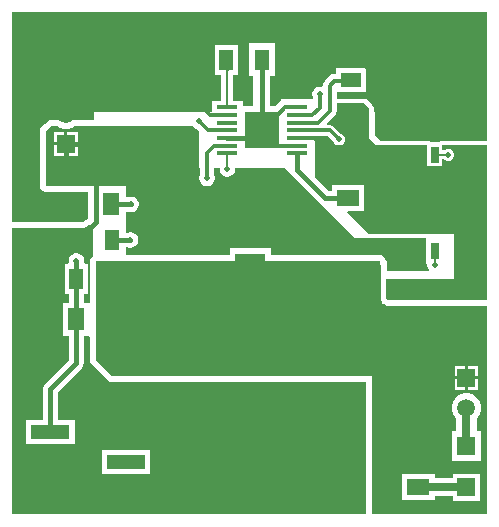
<source format=gtl>
G04*
G04 #@! TF.GenerationSoftware,Altium Limited,Altium Designer,21.6.4 (81)*
G04*
G04 Layer_Physical_Order=1*
G04 Layer_Color=255*
%FSLAX44Y44*%
%MOMM*%
G71*
G04*
G04 #@! TF.SameCoordinates,B536BBD3-7635-4869-82B2-4475C75F943D*
G04*
G04*
G04 #@! TF.FilePolarity,Positive*
G04*
G01*
G75*
%ADD11C,0.2000*%
%ADD13R,3.0000X3.1000*%
%ADD14R,1.7800X0.3560*%
%ADD15R,1.9500X1.4000*%
%ADD16R,3.3000X1.2000*%
%ADD17R,1.5000X1.5000*%
%ADD18R,1.4000X1.9500*%
%ADD19R,0.7100X1.3720*%
%ADD20R,4.5200X3.8500*%
%ADD21R,0.7200X0.5930*%
%ADD22R,5.7000X1.6000*%
%ADD23R,2.5000X6.5000*%
%ADD24R,1.1500X1.8000*%
%ADD25R,1.8000X1.1500*%
%ADD41C,0.3560*%
%ADD42C,0.4000*%
%ADD43C,0.7000*%
%ADD44C,1.5000*%
%ADD45C,0.5080*%
G36*
X153517Y328724D02*
X154734Y327507D01*
X156226Y326646D01*
X156614Y326542D01*
X158750Y324406D01*
Y293370D01*
X159207D01*
Y287353D01*
X159006Y287004D01*
X158560Y285341D01*
Y283619D01*
X159006Y281956D01*
X159867Y280464D01*
X161084Y279247D01*
X162576Y278386D01*
X164239Y277940D01*
X165961D01*
X167624Y278386D01*
X169116Y279247D01*
X170333Y280464D01*
X171194Y281956D01*
X171640Y283619D01*
Y285341D01*
X171194Y287004D01*
X170993Y287353D01*
Y293370D01*
X175850D01*
Y291729D01*
X176296Y290066D01*
X177157Y288574D01*
X178374Y287357D01*
X179866Y286496D01*
X181529Y286050D01*
X183251D01*
X184914Y286496D01*
X186406Y287357D01*
X187623Y288574D01*
X188484Y290066D01*
X188930Y291729D01*
Y293370D01*
X231140D01*
X290830Y233680D01*
X350386D01*
Y211996D01*
X351358D01*
X351600Y211681D01*
Y209959D01*
X352046Y208296D01*
X352788Y207010D01*
X352366Y205740D01*
X317518D01*
Y210996D01*
X317500Y211086D01*
Y214630D01*
X316384D01*
X315996Y216581D01*
X314891Y218235D01*
X313237Y219340D01*
X311286Y219728D01*
X219430D01*
Y226000D01*
X184430D01*
Y219728D01*
X96520D01*
Y226292D01*
X97892D01*
X99469Y225870D01*
X101191D01*
X102854Y226316D01*
X104346Y227177D01*
X105563Y228394D01*
X106424Y229886D01*
X106870Y231549D01*
Y233271D01*
X106424Y234934D01*
X105563Y236426D01*
X104346Y237643D01*
X102854Y238504D01*
X101191Y238950D01*
X99469D01*
X97892Y238528D01*
X96520D01*
Y256449D01*
X98216D01*
X99793Y256026D01*
X101515D01*
X103178Y256472D01*
X104669Y257333D01*
X105887Y258551D01*
X106748Y260042D01*
X107194Y261705D01*
Y263427D01*
X106748Y265091D01*
X105887Y266582D01*
X104669Y267800D01*
X103178Y268661D01*
X101515Y269106D01*
X99793D01*
X98216Y268684D01*
X96520D01*
Y278130D01*
X28650D01*
Y324735D01*
X32845Y328930D01*
X38318D01*
X40895Y327442D01*
X44074Y326590D01*
X47366D01*
X50545Y327442D01*
X53122Y328930D01*
X153398D01*
X153517Y328724D01*
D02*
G37*
G36*
X402590Y316498D02*
X363976D01*
X362415Y316188D01*
X361245Y315406D01*
X354527D01*
X353357Y316188D01*
X351796Y316498D01*
X312152D01*
X307340Y321310D01*
Y340360D01*
X306338D01*
Y344170D01*
X306338Y344170D01*
X306028Y345731D01*
X305144Y347054D01*
X301334Y350864D01*
X300011Y351748D01*
X298450Y352058D01*
X298450Y352058D01*
X274863D01*
Y358070D01*
X300020D01*
Y377570D01*
X274020D01*
Y372923D01*
X273050D01*
X270795Y372475D01*
X268883Y371197D01*
X264803Y367117D01*
X263525Y365205D01*
X263093Y363031D01*
X262948Y362665D01*
X262069Y361990D01*
X261511Y362140D01*
X259789D01*
X258126Y361694D01*
X256634Y360833D01*
X255417Y359616D01*
X254556Y358124D01*
X254110Y356461D01*
Y354739D01*
X254556Y353076D01*
X254757Y352727D01*
Y351400D01*
X242234D01*
X241790Y351459D01*
X231090D01*
X230646Y351400D01*
X227890D01*
Y350633D01*
X227671Y350542D01*
X226255Y349455D01*
X222419Y345620D01*
X218670D01*
Y370810D01*
X222360D01*
Y398810D01*
X200860D01*
Y370810D01*
X204550D01*
Y345620D01*
X195290D01*
Y350400D01*
X187488D01*
Y371810D01*
X191360D01*
Y397810D01*
X171860D01*
Y371810D01*
X177292D01*
Y350400D01*
X169490D01*
Y340360D01*
X69850D01*
Y334028D01*
X53122D01*
X52793Y333962D01*
X52457Y333984D01*
X51825Y333770D01*
X51171Y333640D01*
X50892Y333453D01*
X50573Y333345D01*
X48577Y332192D01*
X46694Y331688D01*
X44745D01*
X42863Y332192D01*
X40867Y333345D01*
X40548Y333453D01*
X40269Y333640D01*
X39615Y333770D01*
X38983Y333984D01*
X38647Y333962D01*
X38318Y334028D01*
X32845D01*
X30894Y333640D01*
X29240Y332535D01*
X25046Y328340D01*
X23940Y326686D01*
X23552Y324735D01*
Y278130D01*
X23940Y276179D01*
X25046Y274525D01*
X26700Y273420D01*
X28650Y273032D01*
X64060D01*
Y250574D01*
X62827Y249342D01*
X61240Y248685D01*
X59892Y247650D01*
X0D01*
Y425450D01*
X402590D01*
Y316498D01*
D02*
G37*
G36*
X302260Y344170D02*
Y318770D01*
X308610Y312420D01*
X351796D01*
Y295146D01*
X363976D01*
Y300937D01*
X365924D01*
X366621Y300239D01*
X368488Y299466D01*
X370509D01*
X372377Y300239D01*
X373806Y301668D01*
X374579Y303535D01*
Y305557D01*
X373806Y307424D01*
X372377Y308853D01*
X370509Y309626D01*
X368488D01*
X366621Y308853D01*
X365924Y308155D01*
X363976D01*
Y312420D01*
X402590D01*
Y181610D01*
X318075D01*
X317091Y182268D01*
X316771Y182331D01*
X316708Y182651D01*
X316498Y182964D01*
Y199390D01*
X374650D01*
Y237490D01*
X302260D01*
X283953Y255797D01*
X284439Y256970D01*
X298230D01*
Y278970D01*
X270730D01*
Y274088D01*
X267964D01*
X256540Y285511D01*
Y320715D01*
X267416D01*
X271878Y316253D01*
X272553Y314622D01*
X273982Y313193D01*
X275849Y312420D01*
X277871D01*
X279738Y313193D01*
X281167Y314622D01*
X281940Y316490D01*
Y318510D01*
X281167Y320378D01*
X279738Y321807D01*
X278107Y322482D01*
X272355Y328234D01*
X270926Y329189D01*
X269240Y329525D01*
X267128D01*
X266642Y330698D01*
X273137Y337193D01*
X274415Y339105D01*
X274863Y341360D01*
Y347980D01*
X298450D01*
X302260Y344170D01*
D02*
G37*
G36*
X68580Y218946D02*
X67515Y218235D01*
X66410Y216581D01*
X66022Y214630D01*
Y179949D01*
X65610Y178850D01*
X64752Y178850D01*
X60728D01*
Y186390D01*
X64360D01*
Y212390D01*
X61824D01*
X61051Y213398D01*
X61150Y213769D01*
Y215491D01*
X60704Y217154D01*
X59843Y218646D01*
X58626Y219863D01*
X57134Y220724D01*
X55471Y221170D01*
X53749D01*
X52086Y220724D01*
X50594Y219863D01*
X49377Y218646D01*
X48516Y217154D01*
X48070Y215491D01*
Y213769D01*
X48169Y213398D01*
X47396Y212390D01*
X44860D01*
Y186390D01*
X48492D01*
Y178850D01*
X43610D01*
Y151350D01*
X48492D01*
Y130804D01*
X28194Y110506D01*
X26868Y108521D01*
X26402Y106180D01*
Y79850D01*
X12020D01*
Y59850D01*
X53020D01*
Y79850D01*
X38637D01*
Y103646D01*
X58936Y123944D01*
X60262Y125929D01*
X60728Y128270D01*
Y151350D01*
X64752D01*
X66022Y150251D01*
Y130810D01*
X66410Y128859D01*
X67515Y127205D01*
X81485Y113235D01*
X83139Y112130D01*
X85090Y111742D01*
X299702D01*
Y0D01*
X0D01*
Y242552D01*
X59892D01*
X60546Y242682D01*
X61211Y242726D01*
X61513Y242875D01*
X61842Y242940D01*
X62397Y243311D01*
X62995Y243605D01*
X63811Y244231D01*
X64778Y244632D01*
X65493Y245110D01*
X68580D01*
Y218946D01*
D02*
G37*
G36*
X311286Y210996D02*
X312420D01*
Y181610D01*
X312940Y181090D01*
Y178500D01*
X315530D01*
X317500Y176530D01*
X402590D01*
Y0D01*
X304800D01*
Y116840D01*
X85090D01*
X71120Y130810D01*
X71120Y214630D01*
X311286D01*
Y210996D01*
D02*
G37*
%LPC*%
G36*
X55760Y323730D02*
X46990D01*
Y314960D01*
X55760D01*
Y323730D01*
D02*
G37*
G36*
X44450D02*
X35680D01*
Y314960D01*
X44450D01*
Y323730D01*
D02*
G37*
G36*
X55760Y312420D02*
X46990D01*
Y303650D01*
X55760D01*
Y312420D01*
D02*
G37*
G36*
X44450D02*
X35680D01*
Y303650D01*
X44450D01*
Y312420D01*
D02*
G37*
G36*
X117020Y54450D02*
X76020D01*
Y34450D01*
X117020D01*
Y54450D01*
D02*
G37*
G36*
X394850Y125610D02*
X386080D01*
Y116840D01*
X394850D01*
Y125610D01*
D02*
G37*
G36*
X383540D02*
X374770D01*
Y116840D01*
X383540D01*
Y125610D01*
D02*
G37*
G36*
X394850Y114300D02*
X386080D01*
Y105530D01*
X394850D01*
Y114300D01*
D02*
G37*
G36*
X383540D02*
X374770D01*
Y105530D01*
X383540D01*
Y114300D01*
D02*
G37*
G36*
X386456Y102670D02*
X383164D01*
X379985Y101818D01*
X377135Y100173D01*
X374808Y97845D01*
X373162Y94995D01*
X372310Y91816D01*
Y88524D01*
X373162Y85345D01*
X374808Y82495D01*
X376237Y81066D01*
Y70640D01*
X372310D01*
Y45640D01*
X397310D01*
Y70640D01*
X393383D01*
Y81066D01*
X394813Y82495D01*
X396458Y85345D01*
X397310Y88524D01*
Y91816D01*
X396458Y94995D01*
X394813Y97845D01*
X392485Y100173D01*
X389635Y101818D01*
X386456Y102670D01*
D02*
G37*
G36*
X396310Y34640D02*
X373310D01*
Y30425D01*
X357920D01*
Y33860D01*
X330420D01*
Y11860D01*
X357920D01*
Y15295D01*
X373310D01*
Y11640D01*
X396310D01*
Y34640D01*
D02*
G37*
%LPD*%
D11*
X357886Y304546D02*
X369499D01*
X223520Y313690D02*
X225090Y312120D01*
X284480Y295970D02*
Y337820D01*
X182390Y292590D02*
Y305620D01*
X142240Y317980D02*
X142880Y318620D01*
X291754Y333086D02*
X297278D01*
X287020Y337820D02*
X291754Y333086D01*
X298450Y316230D02*
Y331914D01*
X297278Y333086D02*
X298450Y331914D01*
X181610Y384810D02*
X182390Y384030D01*
Y344620D02*
Y384030D01*
X298450Y316230D02*
X310134Y304546D01*
X358140Y210820D02*
Y222602D01*
X357886Y222856D02*
X358140Y222602D01*
X310134Y304546D02*
X319786D01*
D13*
X212090Y325120D02*
D03*
D14*
X241790Y305620D02*
D03*
Y312120D02*
D03*
Y318620D02*
D03*
Y325120D02*
D03*
Y331620D02*
D03*
Y338120D02*
D03*
Y344620D02*
D03*
X182390Y305620D02*
D03*
Y312120D02*
D03*
Y318620D02*
D03*
Y325120D02*
D03*
Y331620D02*
D03*
Y338120D02*
D03*
Y344620D02*
D03*
D15*
X344170Y50860D02*
D03*
Y22860D02*
D03*
X284480Y267970D02*
D03*
Y295970D02*
D03*
D16*
X96520Y44450D02*
D03*
Y95250D02*
D03*
X32520Y69850D02*
D03*
D17*
X384810Y23140D02*
D03*
Y58140D02*
D03*
Y115570D02*
D03*
X45720Y313690D02*
D03*
D18*
X82610Y165100D02*
D03*
X54610D02*
D03*
X83820Y262890D02*
D03*
X55820D02*
D03*
D19*
X357936Y222856D02*
D03*
X332536D02*
D03*
X345236D02*
D03*
X319836D02*
D03*
X319786Y304546D02*
D03*
X345186D02*
D03*
X332486D02*
D03*
X357886D02*
D03*
D20*
X339140Y257400D02*
D03*
X339090Y339090D02*
D03*
D21*
X358140Y279400D02*
D03*
X320140D02*
D03*
X345440D02*
D03*
X332840D02*
D03*
X332790Y361090D02*
D03*
X345390D02*
D03*
X320090D02*
D03*
X358090D02*
D03*
D22*
X345440Y190500D02*
D03*
Y143500D02*
D03*
D23*
X201930Y188500D02*
D03*
X203200Y63500D02*
D03*
D24*
X84610Y199390D02*
D03*
X54610D02*
D03*
X211610Y384810D02*
D03*
X181610D02*
D03*
X54610Y232410D02*
D03*
X84610D02*
D03*
D25*
X287020Y367820D02*
D03*
Y337820D02*
D03*
X91440Y317980D02*
D03*
Y347980D02*
D03*
X116840D02*
D03*
Y317980D02*
D03*
X142240D02*
D03*
Y347980D02*
D03*
D41*
X260650Y344286D02*
Y355600D01*
X259230Y331620D02*
X268970Y341360D01*
Y362950D02*
X273050Y367030D01*
X268970Y341360D02*
Y362950D01*
X215900Y328930D02*
X223520Y336550D01*
X223270Y336800D02*
X231090Y344620D01*
X241790D01*
X225090Y312120D02*
X241790D01*
X269240Y325120D02*
X276860Y317500D01*
X241790Y325120D02*
X269240D01*
X266640Y295970D02*
X284480D01*
X259080Y303530D02*
Y315223D01*
Y303530D02*
X266640Y295970D01*
X255683Y318620D02*
X259080Y315223D01*
X165100Y284480D02*
Y306070D01*
X171150Y312120D01*
X254484Y338120D02*
X260650Y344286D01*
X241790Y338120D02*
X254484D01*
X241790Y318620D02*
X255683D01*
X158750Y332740D02*
X166370Y325120D01*
X182390D01*
X241790Y331620D02*
X259230D01*
X273050Y367030D02*
X283690D01*
X142240Y347980D02*
X157480D01*
X167340Y338120D02*
X182390D01*
X157480Y347980D02*
X167340Y338120D01*
X171150Y312120D02*
X182390D01*
D42*
X384530Y22860D02*
X384810Y23140D01*
X71120Y247650D02*
Y278130D01*
X66040Y242570D02*
X71120Y247650D01*
X54610Y235660D02*
X58360Y239410D01*
X61610D01*
X64770Y242570D02*
X66040D01*
X54610Y232410D02*
Y235660D01*
X61610Y239410D02*
X64770Y242570D01*
X200660Y320190D02*
Y321310D01*
X199090Y318620D02*
X200660Y320190D01*
X215900Y328930D02*
Y336550D01*
X212090Y325120D02*
X215900Y328930D01*
X182390Y318620D02*
X199090D01*
X339090Y257400D02*
X339140D01*
X339090D02*
X346710Y265020D01*
Y270510D01*
X356870Y257400D02*
X377600D01*
X339140D02*
X356870D01*
X345440Y190500D02*
X381000D01*
X386080Y195580D01*
X343440Y51590D02*
X344170Y50860D01*
X32520Y106180D02*
X54610Y128270D01*
X32520Y69850D02*
Y106180D01*
X208280Y186690D02*
X238760D01*
X377600Y257400D02*
X386080Y248920D01*
Y195580D02*
Y248920D01*
X345440Y279400D02*
X358090D01*
X345390D02*
X345440D01*
X332840D02*
X345390D01*
X332790D02*
X332840D01*
X332790Y270510D02*
Y279400D01*
X320140D02*
X332790D01*
X320090D02*
X320140D01*
X54610Y128270D02*
Y165100D01*
Y199390D01*
Y214630D01*
X297844Y222856D02*
X345186D01*
X142240Y292100D02*
Y317980D01*
X191770Y242570D02*
X278130D01*
X142240Y292100D02*
X191770Y242570D01*
X319125Y362055D02*
X320090Y361090D01*
X332790D01*
X345390D01*
X83820Y262890D02*
X84144Y262566D01*
X100654D01*
X84610Y165100D02*
X116840D01*
X82610D02*
X84610D01*
X62230Y401320D02*
X278130D01*
X317395Y362055D01*
X45720Y384810D02*
X62230Y401320D01*
X317395Y362055D02*
X319125D01*
X21590Y327660D02*
X32220Y338290D01*
X44920D02*
X45720Y339090D01*
X32220Y338290D02*
X44920D01*
X21590Y271780D02*
Y327660D01*
Y271780D02*
X30480Y262890D01*
X55820D01*
X45720Y297180D02*
X49530Y293370D01*
X45720Y297180D02*
Y313690D01*
X49530Y293370D02*
X55880D01*
X116840Y347980D02*
X142240D01*
X91440D02*
X116840D01*
X67310D02*
X91440D01*
X46520Y339890D02*
X59220D01*
X45720Y339090D02*
X46520Y339890D01*
X59220D02*
X67310Y347980D01*
X116840Y317980D02*
X142240D01*
X91440D02*
X116840D01*
X69060D02*
X91440D01*
X64770Y313690D02*
X69060Y317980D01*
X45720Y313690D02*
X64770D01*
X84610Y232410D02*
X100330D01*
X82610Y165100D02*
X84610Y167100D01*
Y199390D01*
X265430Y267970D02*
X284480D01*
X241790Y291610D02*
X265430Y267970D01*
X241790Y291610D02*
Y305620D01*
X211610Y325600D02*
Y384810D01*
Y325600D02*
X212090Y325120D01*
X238760Y186690D02*
X281950Y143500D01*
X345440D01*
X194310Y186690D02*
X208280D01*
X345440Y143500D02*
X387340D01*
X116840Y165100D02*
X138430Y186690D01*
X194310D01*
X278130Y242570D02*
X297844Y222856D01*
X319786Y304546D02*
X332486D01*
X345186D01*
X345288Y304444D01*
Y279502D02*
Y304444D01*
Y279502D02*
X345390Y279400D01*
X345390Y361090D02*
X358090D01*
Y356340D02*
Y361090D01*
X45720Y339090D02*
Y384810D01*
X181610D02*
X181746Y377810D01*
D43*
X344170Y22860D02*
X384530D01*
X384810Y58140D02*
Y90170D01*
D44*
D03*
X45720Y339090D02*
D03*
D45*
X208317Y321338D02*
D03*
X215974D02*
D03*
X223631Y328944D02*
D03*
X215974D02*
D03*
X208317D02*
D03*
X260650Y355600D02*
D03*
X369499Y304546D02*
D03*
X321310Y262043D02*
D03*
Y271780D02*
D03*
Y242570D02*
D03*
Y252307D02*
D03*
X359410D02*
D03*
Y242570D02*
D03*
Y271780D02*
D03*
Y262043D02*
D03*
X349885Y252307D02*
D03*
Y242570D02*
D03*
Y271780D02*
D03*
Y262043D02*
D03*
X340360Y252307D02*
D03*
Y242570D02*
D03*
Y271780D02*
D03*
Y262043D02*
D03*
X330835Y252307D02*
D03*
Y242570D02*
D03*
Y271780D02*
D03*
Y262043D02*
D03*
X329565Y343323D02*
D03*
Y353060D02*
D03*
Y323850D02*
D03*
Y333587D02*
D03*
X339090Y343323D02*
D03*
Y353060D02*
D03*
Y323850D02*
D03*
Y333587D02*
D03*
X348615Y343323D02*
D03*
Y353060D02*
D03*
Y323850D02*
D03*
Y333587D02*
D03*
X358140Y343323D02*
D03*
Y353060D02*
D03*
Y323850D02*
D03*
Y333587D02*
D03*
X320040D02*
D03*
Y323850D02*
D03*
Y353060D02*
D03*
Y343323D02*
D03*
X200660Y328944D02*
D03*
Y321338D02*
D03*
X223631D02*
D03*
X200660Y313732D02*
D03*
X208317D02*
D03*
X215974D02*
D03*
X223631D02*
D03*
Y336550D02*
D03*
X215974D02*
D03*
X208317D02*
D03*
X200660D02*
D03*
X276860Y317500D02*
D03*
X165100Y284480D02*
D03*
X182390Y292590D02*
D03*
X158750Y332740D02*
D03*
X100654Y262566D02*
D03*
X358140Y210820D02*
D03*
X100330Y232410D02*
D03*
X54610Y214630D02*
D03*
M02*

</source>
